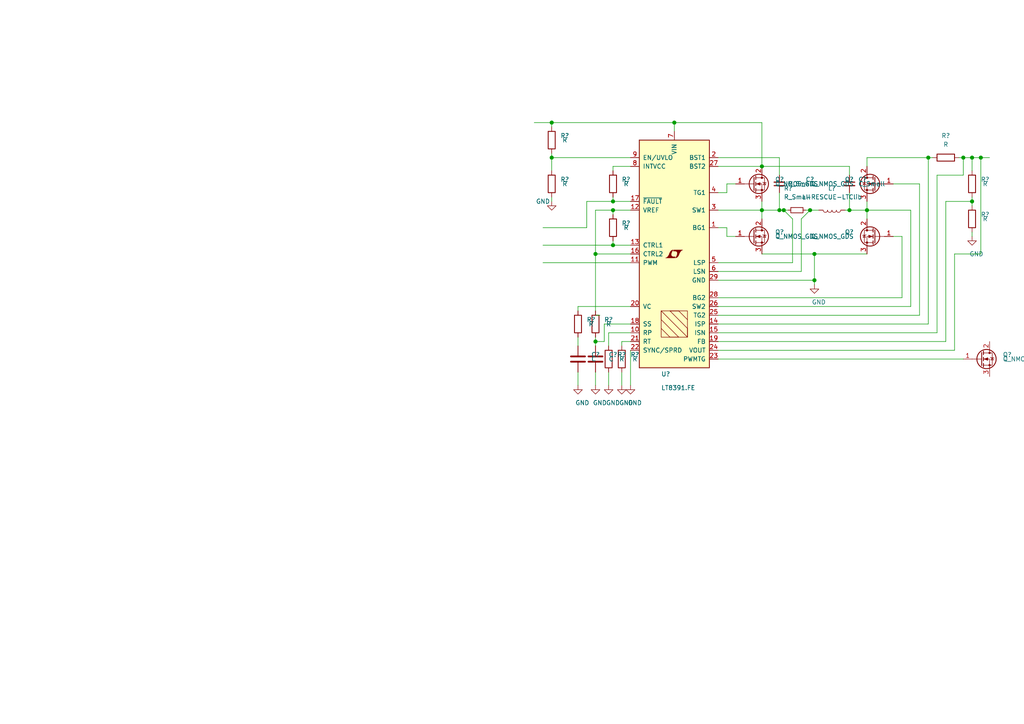
<source format=kicad_sch>
(kicad_sch (version 20201015) (generator eeschema)
  (paper "A4")
  (lib_symbols
    (symbol "ADI_Power:LT8391.FE" (pin_names (offset 1.016))
      (property "Reference" "U" (at 1.27 36.83 0))
      (property "Value" "LT8391.FE" (at 1.27 35.56 0))
      (property "Datasheet" "http://www.linear.com/product/LT8391" (at 0 0 0))
      (symbol "LT8391.FE_0_0"
        (polyline (pts (xy 0.2032 -0.9906) (xy 0.2286 -0.9652) (xy 0.2794 -0.8636) (xy 0.2794 -0.8382) (xy 0.1524 -0.8382) (xy 0.0508 -0.8128) (xy -0.4064 -0.8128) (xy -0.4318 -0.7874) (xy -0.6858 -0.6604) (xy -0.7874 -0.5588) (xy -0.8636 -0.4318) (xy -0.9144 -0.3302) (xy -0.9144 -0.0254) (xy -0.8636 0.127) (xy -0.8382 0.2286) (xy -0.8128 0.3048) (xy -0.762 0.4318) (xy -0.7112 0.5842) (xy -0.635 0.7112) (xy -0.5842 0.8382) (xy -0.508 0.9398) (xy -0.4572 1.0414) (xy -0.3302 1.1684) (xy -0.508 1.1684) (xy -0.635 1.1176) (xy -0.7366 1.0668) (xy -0.8128 1.016) (xy -0.9398 0.9144) (xy -1.1176 0.7366) (xy -1.3716 0.2794) (xy -1.4732 0) (xy -1.4732 -0.0508) (xy -1.524 -0.1524) (xy -1.5748 -0.2794) (xy -1.6256 -0.381) (xy -1.7526 -0.5588) (xy -1.905 -0.762) (xy -2.0574 -0.9144) (xy -2.2098 -1.0414) (xy -2.3876 -1.1176) (xy -2.54 -1.1684) (xy 0.127 -1.1684) (xy 0.2032 -0.9906)) (stroke (width 0.0254)) (fill (type outline)))
        (polyline (pts (xy 0.4064 -1.143) (xy 0.4826 -1.143) (xy 0.6604 -1.0668) (xy 0.8128 -0.9652) (xy 1.0922 -0.6858) (xy 1.2192 -0.4826) (xy 1.3208 -0.2794) (xy 1.397 -0.0254) (xy 1.4224 -0.0254) (xy 1.4986 0.2286) (xy 1.7526 0.635) (xy 1.905 0.8128) (xy 2.0574 0.9652) (xy 2.2098 1.0668) (xy 2.3876 1.143) (xy 2.413 1.143) (xy 2.413 1.1684) (xy -0.1524 1.1684) (xy -0.2286 1.016) (xy -0.254 0.9906) (xy -0.3048 0.889) (xy -0.3302 0.8636) (xy -0.2794 0.8636) (xy -0.2286 0.8382) (xy 0.3048 0.8382) (xy 0.3556 0.8128) (xy 0.4064 0.8128) (xy 0.4826 0.7874) (xy 0.6096 0.7112) (xy 0.7366 0.6096) (xy 0.8128 0.4826) (xy 0.8382 0.4318) (xy 0.8636 0.4064) (xy 0.8636 0) (xy 0.8382 -0.0508) (xy 0.8382 -0.127) (xy 0.7874 -0.2286) (xy 0.762 -0.3556) (xy 0.6858 -0.508) (xy 0.635 -0.6604) (xy 0.4826 -0.9144) (xy 0.4318 -1.016) (xy 0.2794 -1.1684) (xy 0.4064 -1.143)) (stroke (width 0.0254)) (fill (type outline)))
      )
      (symbol "LT8391.FE_0_1"
        (rectangle (start -10.16 33.02) (end 10.16 -33.02) (stroke (width 0.254)) (fill (type background)))
        (rectangle (start -3.81 -16.51) (end 3.81 -24.13))
        (polyline (pts (xy -3.81 -21.59) (xy -1.27 -24.13) (xy 1.27 -24.13) (xy -3.81 -19.05) (xy -3.81 -16.51) (xy 3.81 -24.13) (xy 3.81 -21.59) (xy -1.27 -16.51) (xy 1.27 -16.51) (xy 3.81 -19.05)))
      )
      (symbol "LT8391.FE_1_1"
        (pin output line (at 12.7 7.62 180) (length 2.54) (name "BG1") (number "1"))
        (pin input line (at -12.7 -22.86 0) (length 2.54) (name "RP") (number "10"))
        (pin input line (at -12.7 -2.54 0) (length 2.54) (name "PWM") (number "11"))
        (pin passive line (at -12.7 12.7 0) (length 2.54) (name "VREF") (number "12"))
        (pin input line (at -12.7 2.54 0) (length 2.54) (name "CTRL1") (number "13"))
        (pin passive line (at 12.7 -20.32 180) (length 2.54) (name "ISP") (number "14"))
        (pin passive line (at 12.7 -22.86 180) (length 2.54) (name "ISN") (number "15"))
        (pin input line (at -12.7 0 0) (length 2.54) (name "CTRL2") (number "16"))
        (pin open_collector line (at -12.7 15.24 0) (length 2.54) (name "~FAULT~") (number "17"))
        (pin passive line (at -12.7 -20.32 0) (length 2.54) (name "SS") (number "18"))
        (pin input line (at 12.7 -25.4 180) (length 2.54) (name "FB") (number "19"))
        (pin passive line (at 12.7 27.94 180) (length 2.54) (name "BST1") (number "2"))
        (pin passive line (at -12.7 -15.24 0) (length 2.54) (name "VC") (number "20"))
        (pin passive line (at -12.7 -25.4 0) (length 2.54) (name "RT") (number "21"))
        (pin input line (at -12.7 -27.94 0) (length 2.54) (name "SYNC/SPRD") (number "22"))
        (pin output line (at 12.7 -30.48 180) (length 2.54) (name "PWMTG") (number "23"))
        (pin input line (at 12.7 -27.94 180) (length 2.54) (name "VOUT") (number "24"))
        (pin output line (at 12.7 -17.78 180) (length 2.54) (name "TG2") (number "25"))
        (pin passive line (at 12.7 -15.24 180) (length 2.54) (name "SW2") (number "26"))
        (pin passive line (at 12.7 25.4 180) (length 2.54) (name "BST2") (number "27"))
        (pin output line (at 12.7 -12.7 180) (length 2.54) (name "BG2") (number "28"))
        (pin power_in line (at 12.7 -7.62 180) (length 2.54) (name "GND") (number "29"))
        (pin passive line (at 12.7 12.7 180) (length 2.54) (name "SW1") (number "3"))
        (pin output line (at 12.7 17.78 180) (length 2.54) (name "TG1") (number "4"))
        (pin passive line (at 12.7 -2.54 180) (length 2.54) (name "LSP") (number "5"))
        (pin passive line (at 12.7 -5.08 180) (length 2.54) (name "LSN") (number "6"))
        (pin power_in line (at 0 35.56 270) (length 2.54) (name "VIN") (number "7"))
        (pin power_out line (at -12.7 25.4 0) (length 2.54) (name "INTVCC") (number "8"))
        (pin input line (at -12.7 27.94 0) (length 2.54) (name "EN/UVLO") (number "9"))
      )
    )
    (symbol "Device:C" (pin_numbers hide) (pin_names (offset 0.254))
      (property "Reference" "C" (at 0.635 2.54 0))
      (property "Value" "C" (at 0.635 -2.54 0))
      (symbol "C_0_1"
        (polyline (pts (xy -2.032 -0.762) (xy 2.032 -0.762)) (stroke (width 0.508)))
        (polyline (pts (xy -2.032 0.762) (xy 2.032 0.762)) (stroke (width 0.508)))
      )
      (symbol "C_1_1"
        (pin passive line (at 0 3.81 270) (length 2.794) (name "~") (number "1"))
        (pin passive line (at 0 -3.81 90) (length 2.794) (name "~") (number "2"))
      )
    )
    (symbol "Device:C_Small" (pin_numbers hide) (pin_names (offset 0.254) hide)
      (property "Reference" "C" (at 0.254 1.778 0))
      (property "Value" "C_Small" (at 0.254 -2.032 0))
      (symbol "C_Small_0_1"
        (polyline (pts (xy -1.524 -0.508) (xy 1.524 -0.508)) (stroke (width 0.3302)))
        (polyline (pts (xy -1.524 0.508) (xy 1.524 0.508)) (stroke (width 0.3048)))
      )
      (symbol "C_Small_1_1"
        (pin passive line (at 0 2.54 270) (length 2.032) (name "~") (number "1"))
        (pin passive line (at 0 -2.54 90) (length 2.032) (name "~") (number "2"))
      )
    )
    (symbol "Device:L" (pin_numbers hide) (pin_names (offset 1.016) hide)
      (property "Reference" "L" (at -1.27 0 90))
      (property "Value" "L" (at 1.905 0 90))
      (symbol "L_0_1"
        (arc (start 0 -2.54) (end 0 -1.27) (radius (at 0 -1.905) (length 0.635) (angles -89.9 89.9)))
        (arc (start 0 -1.27) (end 0 0) (radius (at 0 -0.635) (length 0.635) (angles -89.9 89.9)))
        (arc (start 0 0) (end 0 1.27) (radius (at 0 0.635) (length 0.635) (angles -89.9 89.9)))
        (arc (start 0 1.27) (end 0 2.54) (radius (at 0 1.905) (length 0.635) (angles -89.9 89.9)))
      )
      (symbol "L_1_1"
        (pin passive line (at 0 3.81 270) (length 1.27) (name "1") (number "1"))
        (pin passive line (at 0 -3.81 90) (length 1.27) (name "2") (number "2"))
      )
    )
    (symbol "Device:Q_NMOS_GDS" (pin_names (offset 0) hide)
      (property "Reference" "Q" (at 5.08 1.27 0))
      (property "Value" "Q_NMOS_GDS" (at 5.08 -1.27 0))
      (symbol "Q_NMOS_GDS_0_1"
        (circle (center 1.651 0) (radius 2.794) (stroke (width 0.254)))
        (circle (center 2.54 -1.778) (radius 0.254) (fill (type outline)))
        (circle (center 2.54 1.778) (radius 0.254) (fill (type outline)))
        (polyline (pts (xy 0.254 0) (xy -2.54 0)))
        (polyline (pts (xy 0.254 1.905) (xy 0.254 -1.905)) (stroke (width 0.254)))
        (polyline (pts (xy 0.762 -1.27) (xy 0.762 -2.286)) (stroke (width 0.254)))
        (polyline (pts (xy 0.762 0.508) (xy 0.762 -0.508)) (stroke (width 0.254)))
        (polyline (pts (xy 0.762 2.286) (xy 0.762 1.27)) (stroke (width 0.254)))
        (polyline (pts (xy 2.54 2.54) (xy 2.54 1.778)))
        (polyline (pts (xy 2.54 -2.54) (xy 2.54 0) (xy 0.762 0)))
        (polyline (pts (xy 0.762 -1.778) (xy 3.302 -1.778) (xy 3.302 1.778) (xy 0.762 1.778)))
        (polyline (pts (xy 1.016 0) (xy 2.032 0.381) (xy 2.032 -0.381) (xy 1.016 0)) (fill (type outline)))
        (polyline (pts (xy 2.794 0.508) (xy 2.921 0.381) (xy 3.683 0.381) (xy 3.81 0.254)))
        (polyline (pts (xy 3.302 0.381) (xy 2.921 -0.254) (xy 3.683 -0.254) (xy 3.302 0.381)))
      )
      (symbol "Q_NMOS_GDS_1_1"
        (pin input line (at -5.08 0 0) (length 2.54) (name "G") (number "1"))
        (pin passive line (at 2.54 5.08 270) (length 2.54) (name "D") (number "2"))
        (pin passive line (at 2.54 -5.08 90) (length 2.54) (name "S") (number "3"))
      )
    )
    (symbol "Device:R" (pin_numbers hide) (pin_names (offset 0))
      (property "Reference" "R" (at 2.032 0 90))
      (property "Value" "R" (at 0 0 90))
      (symbol "R_0_1"
        (rectangle (start -1.016 -2.54) (end 1.016 2.54) (stroke (width 0.254)))
      )
      (symbol "R_1_1"
        (pin passive line (at 0 3.81 270) (length 1.27) (name "~") (number "1"))
        (pin passive line (at 0 -3.81 90) (length 1.27) (name "~") (number "2"))
      )
    )
    (symbol "Device:R_Small" (pin_numbers hide) (pin_names (offset 0.254) hide)
      (property "Reference" "R" (at 0.762 0.508 0))
      (property "Value" "R_Small" (at 0.762 -1.016 0))
      (symbol "R_Small_0_1"
        (rectangle (start -0.762 1.778) (end 0.762 -1.778) (stroke (width 0.2032)))
      )
      (symbol "R_Small_1_1"
        (pin passive line (at 0 2.54 270) (length 0.762) (name "~") (number "1"))
        (pin passive line (at 0 -2.54 90) (length 0.762) (name "~") (number "2"))
      )
    )
    (symbol "power:GND" (power) (pin_names (offset 0))
      (property "Value" "GND" (at 0 -3.81 0))
      (symbol "GND_0_1"
        (polyline (pts (xy 0 0) (xy 0 -1.27) (xy 1.27 -1.27) (xy 0 -2.54) (xy -1.27 -1.27) (xy 0 -1.27)))
      )
      (symbol "GND_1_1"
        (pin power_in line (at 0 0 270) (length 0) hide (name "GND") (number "1"))
      )
    )
  )
  (junction (at 160.02 35.56) (diameter 1.016))
  (junction (at 160.02 45.72) (diameter 1.016))
  (junction (at 172.72 73.66) (diameter 1.016))
  (junction (at 172.72 99.06) (diameter 1.016))
  (junction (at 177.8 58.42) (diameter 1.016))
  (junction (at 177.8 60.96) (diameter 1.016))
  (junction (at 177.8 71.12) (diameter 1.016))
  (junction (at 195.58 35.56) (diameter 1.016))
  (junction (at 220.98 48.26) (diameter 1.016))
  (junction (at 220.98 60.96) (diameter 1.016))
  (junction (at 226.06 60.96) (diameter 1.016))
  (junction (at 227.33 60.96) (diameter 1.016))
  (junction (at 234.95 60.96) (diameter 1.016))
  (junction (at 236.22 73.66) (diameter 1.016))
  (junction (at 236.22 81.28) (diameter 1.016))
  (junction (at 246.38 60.96) (diameter 1.016))
  (junction (at 251.46 60.96) (diameter 1.016))
  (junction (at 269.24 45.72) (diameter 1.016))
  (junction (at 279.4 45.72) (diameter 1.016))
  (junction (at 281.94 45.72) (diameter 1.016))
  (junction (at 281.94 58.42) (diameter 1.016))
  (junction (at 284.48 45.72) (diameter 1.016))
  (wire (pts (xy 154.94 35.56) (xy 160.02 35.56)))
  (wire (pts (xy 157.48 66.04) (xy 170.18 66.04)))
  (wire (pts (xy 157.48 71.12) (xy 177.8 71.12)))
  (wire (pts (xy 160.02 35.56) (xy 160.02 36.83)))
  (wire (pts (xy 160.02 35.56) (xy 195.58 35.56)))
  (wire (pts (xy 160.02 44.45) (xy 160.02 45.72)))
  (wire (pts (xy 160.02 45.72) (xy 160.02 49.53)))
  (wire (pts (xy 160.02 45.72) (xy 182.88 45.72)))
  (wire (pts (xy 160.02 58.42) (xy 160.02 57.15)))
  (wire (pts (xy 167.64 88.9) (xy 167.64 90.17)))
  (wire (pts (xy 167.64 88.9) (xy 182.88 88.9)))
  (wire (pts (xy 167.64 97.79) (xy 167.64 100.33)))
  (wire (pts (xy 167.64 107.95) (xy 167.64 111.76)))
  (wire (pts (xy 170.18 58.42) (xy 177.8 58.42)))
  (wire (pts (xy 170.18 66.04) (xy 170.18 58.42)))
  (wire (pts (xy 172.72 60.96) (xy 172.72 73.66)))
  (wire (pts (xy 172.72 60.96) (xy 177.8 60.96)))
  (wire (pts (xy 172.72 73.66) (xy 172.72 90.17)))
  (wire (pts (xy 172.72 73.66) (xy 182.88 73.66)))
  (wire (pts (xy 172.72 91.44) (xy 173.99 91.44)))
  (wire (pts (xy 172.72 97.79) (xy 172.72 99.06)))
  (wire (pts (xy 172.72 99.06) (xy 172.72 100.33)))
  (wire (pts (xy 172.72 99.06) (xy 175.26 99.06)))
  (wire (pts (xy 172.72 111.76) (xy 172.72 107.95)))
  (wire (pts (xy 175.26 93.98) (xy 182.88 93.98)))
  (wire (pts (xy 175.26 99.06) (xy 175.26 93.98)))
  (wire (pts (xy 176.53 96.52) (xy 176.53 100.33)))
  (wire (pts (xy 176.53 111.76) (xy 176.53 107.95)))
  (wire (pts (xy 177.8 48.26) (xy 177.8 49.53)))
  (wire (pts (xy 177.8 48.26) (xy 182.88 48.26)))
  (wire (pts (xy 177.8 58.42) (xy 177.8 57.15)))
  (wire (pts (xy 177.8 58.42) (xy 182.88 58.42)))
  (wire (pts (xy 177.8 60.96) (xy 182.88 60.96)))
  (wire (pts (xy 177.8 62.23) (xy 177.8 60.96)))
  (wire (pts (xy 177.8 69.85) (xy 177.8 71.12)))
  (wire (pts (xy 177.8 71.12) (xy 182.88 71.12)))
  (wire (pts (xy 180.34 99.06) (xy 182.88 99.06)))
  (wire (pts (xy 180.34 100.33) (xy 180.34 99.06)))
  (wire (pts (xy 180.34 111.76) (xy 180.34 107.95)))
  (wire (pts (xy 182.88 76.2) (xy 157.48 76.2)))
  (wire (pts (xy 182.88 96.52) (xy 176.53 96.52)))
  (wire (pts (xy 182.88 101.6) (xy 182.88 111.76)))
  (wire (pts (xy 195.58 35.56) (xy 195.58 38.1)))
  (wire (pts (xy 195.58 35.56) (xy 220.98 35.56)))
  (wire (pts (xy 208.28 45.72) (xy 226.06 45.72)))
  (wire (pts (xy 208.28 48.26) (xy 220.98 48.26)))
  (wire (pts (xy 208.28 60.96) (xy 220.98 60.96)))
  (wire (pts (xy 208.28 66.04) (xy 210.82 66.04)))
  (wire (pts (xy 208.28 76.2) (xy 229.87 76.2)))
  (wire (pts (xy 208.28 78.74) (xy 232.41 78.74)))
  (wire (pts (xy 208.28 81.28) (xy 236.22 81.28)))
  (wire (pts (xy 208.28 86.36) (xy 261.62 86.36)))
  (wire (pts (xy 208.28 91.44) (xy 266.7 91.44)))
  (wire (pts (xy 208.28 93.98) (xy 269.24 93.98)))
  (wire (pts (xy 208.28 96.52) (xy 271.78 96.52)))
  (wire (pts (xy 208.28 99.06) (xy 274.32 99.06)))
  (wire (pts (xy 208.28 101.6) (xy 276.86 101.6)))
  (wire (pts (xy 208.28 104.14) (xy 279.4 104.14)))
  (wire (pts (xy 210.82 53.34) (xy 210.82 55.88)))
  (wire (pts (xy 210.82 55.88) (xy 208.28 55.88)))
  (wire (pts (xy 210.82 66.04) (xy 210.82 68.58)))
  (wire (pts (xy 210.82 68.58) (xy 213.36 68.58)))
  (wire (pts (xy 213.36 53.34) (xy 210.82 53.34)))
  (wire (pts (xy 220.98 35.56) (xy 220.98 48.26)))
  (wire (pts (xy 220.98 48.26) (xy 246.38 48.26)))
  (wire (pts (xy 220.98 58.42) (xy 220.98 60.96)))
  (wire (pts (xy 220.98 60.96) (xy 220.98 63.5)))
  (wire (pts (xy 220.98 60.96) (xy 226.06 60.96)))
  (wire (pts (xy 220.98 73.66) (xy 236.22 73.66)))
  (wire (pts (xy 226.06 45.72) (xy 226.06 50.8)))
  (wire (pts (xy 226.06 60.96) (xy 226.06 55.88)))
  (wire (pts (xy 226.06 60.96) (xy 227.33 60.96)))
  (wire (pts (xy 227.33 60.96) (xy 228.6 60.96)))
  (wire (pts (xy 227.33 60.96) (xy 229.87 63.5)))
  (wire (pts (xy 229.87 63.5) (xy 229.87 76.2)))
  (wire (pts (xy 232.41 63.5) (xy 232.41 78.74)))
  (wire (pts (xy 233.68 60.96) (xy 234.95 60.96)))
  (wire (pts (xy 234.95 60.96) (xy 232.41 63.5)))
  (wire (pts (xy 234.95 60.96) (xy 237.49 60.96)))
  (wire (pts (xy 236.22 73.66) (xy 236.22 81.28)))
  (wire (pts (xy 236.22 73.66) (xy 251.46 73.66)))
  (wire (pts (xy 236.22 81.28) (xy 236.22 82.55)))
  (wire (pts (xy 245.11 60.96) (xy 246.38 60.96)))
  (wire (pts (xy 246.38 48.26) (xy 246.38 50.8)))
  (wire (pts (xy 246.38 55.88) (xy 246.38 60.96)))
  (wire (pts (xy 246.38 60.96) (xy 251.46 60.96)))
  (wire (pts (xy 251.46 45.72) (xy 269.24 45.72)))
  (wire (pts (xy 251.46 48.26) (xy 251.46 45.72)))
  (wire (pts (xy 251.46 58.42) (xy 251.46 60.96)))
  (wire (pts (xy 251.46 60.96) (xy 251.46 63.5)))
  (wire (pts (xy 251.46 60.96) (xy 264.16 60.96)))
  (wire (pts (xy 261.62 68.58) (xy 259.08 68.58)))
  (wire (pts (xy 261.62 86.36) (xy 261.62 68.58)))
  (wire (pts (xy 264.16 60.96) (xy 264.16 88.9)))
  (wire (pts (xy 264.16 88.9) (xy 208.28 88.9)))
  (wire (pts (xy 266.7 53.34) (xy 259.08 53.34)))
  (wire (pts (xy 266.7 91.44) (xy 266.7 53.34)))
  (wire (pts (xy 269.24 45.72) (xy 270.51 45.72)))
  (wire (pts (xy 269.24 93.98) (xy 269.24 45.72)))
  (wire (pts (xy 271.78 50.8) (xy 279.4 50.8)))
  (wire (pts (xy 271.78 96.52) (xy 271.78 50.8)))
  (wire (pts (xy 274.32 58.42) (xy 281.94 58.42)))
  (wire (pts (xy 274.32 99.06) (xy 274.32 58.42)))
  (wire (pts (xy 276.86 73.66) (xy 284.48 73.66)))
  (wire (pts (xy 276.86 101.6) (xy 276.86 73.66)))
  (wire (pts (xy 278.13 45.72) (xy 279.4 45.72)))
  (wire (pts (xy 279.4 45.72) (xy 281.94 45.72)))
  (wire (pts (xy 279.4 50.8) (xy 279.4 45.72)))
  (wire (pts (xy 281.94 45.72) (xy 281.94 49.53)))
  (wire (pts (xy 281.94 45.72) (xy 284.48 45.72)))
  (wire (pts (xy 281.94 57.15) (xy 281.94 58.42)))
  (wire (pts (xy 281.94 58.42) (xy 281.94 59.69)))
  (wire (pts (xy 281.94 67.31) (xy 281.94 68.58)))
  (wire (pts (xy 284.48 45.72) (xy 287.02 45.72)))
  (wire (pts (xy 284.48 73.66) (xy 284.48 45.72)))
  (symbol (lib_id "Device:L") (at 241.3 60.96 270) (unit 1)
    (property "Reference" "L?" (at 241.3 54.61 90))
    (property "Value" "L-RESCUE-LTClib" (at 241.3 57.15 90))
  )
  (symbol (lib_id "power:GND") (at 160.02 58.42 0) (unit 1)
    (property "Reference" "#PWR?" (effects hide))
    (property "Value" "GND" (at 157.48 58.42 0))
  )
  (symbol (lib_id "power:GND") (at 167.64 111.76 0) (unit 1)
    (property "Reference" "#PWR?" (effects hide))
    (property "Value" "GND" (at 168.91 116.84 0))
  )
  (symbol (lib_id "power:GND") (at 172.72 111.76 0) (unit 1)
    (property "Reference" "#PWR?" (effects hide))
    (property "Value" "GND" (at 173.99 116.84 0))
  )
  (symbol (lib_id "power:GND") (at 176.53 111.76 0) (unit 1)
    (property "Reference" "#PWR?" (effects hide))
    (property "Value" "GND" (at 177.8 116.84 0))
  )
  (symbol (lib_id "power:GND") (at 180.34 111.76 0) (unit 1)
    (property "Reference" "#PWR?" (effects hide))
    (property "Value" "GND" (at 181.61 116.84 0))
  )
  (symbol (lib_id "power:GND") (at 182.88 111.76 0) (unit 1)
    (property "Reference" "#PWR?" (effects hide))
    (property "Value" "GND" (at 184.15 116.84 0))
  )
  (symbol (lib_id "power:GND") (at 236.22 82.55 0) (unit 1)
    (property "Reference" "#PWR?" (effects hide))
    (property "Value" "GND" (at 237.49 87.63 0))
  )
  (symbol (lib_id "power:GND") (at 281.94 68.58 0) (unit 1)
    (property "Reference" "#PWR?" (effects hide))
    (property "Value" "GND" (at 283.21 73.66 0))
  )
  (symbol (lib_id "Device:R_Small") (at 231.14 60.96 270) (unit 1)
    (property "Reference" "R?" (at 227.33 54.61 90) (effects (justify left)))
    (property "Value" "R_Small" (at 227.33 57.15 90) (effects (justify left)))
  )
  (symbol (lib_id "Device:R") (at 160.02 40.64 180) (unit 1)
    (property "Reference" "R?" (at 163.83 39.37 0))
    (property "Value" "R" (at 163.83 40.64 0))
  )
  (symbol (lib_id "Device:R") (at 160.02 53.34 180) (unit 1)
    (property "Reference" "R?" (at 163.83 52.07 0))
    (property "Value" "R" (at 163.83 53.34 0))
  )
  (symbol (lib_id "Device:R") (at 167.64 93.98 180) (unit 1)
    (property "Reference" "R?" (at 171.45 92.71 0))
    (property "Value" "R" (at 171.45 93.98 0))
  )
  (symbol (lib_id "Device:R") (at 172.72 93.98 0) (unit 1)
    (property "Reference" "R?" (at 176.53 92.71 0))
    (property "Value" "R" (at 176.53 93.98 0))
  )
  (symbol (lib_id "Device:R") (at 176.53 104.14 180) (unit 1)
    (property "Reference" "R?" (at 180.34 102.87 0))
    (property "Value" "R" (at 180.34 104.14 0))
  )
  (symbol (lib_id "Device:R") (at 177.8 53.34 180) (unit 1)
    (property "Reference" "R?" (at 181.61 52.07 0))
    (property "Value" "R" (at 181.61 53.34 0))
  )
  (symbol (lib_id "Device:R") (at 177.8 66.04 180) (unit 1)
    (property "Reference" "R?" (at 181.61 64.77 0))
    (property "Value" "R" (at 181.61 66.04 0))
  )
  (symbol (lib_id "Device:R") (at 180.34 104.14 180) (unit 1)
    (property "Reference" "R?" (at 184.15 102.87 0))
    (property "Value" "R" (at 184.15 104.14 0))
  )
  (symbol (lib_id "Device:R") (at 274.32 45.72 270) (unit 1)
    (property "Reference" "R?" (at 274.32 39.37 90))
    (property "Value" "R" (at 274.32 41.91 90))
  )
  (symbol (lib_id "Device:R") (at 281.94 53.34 180) (unit 1)
    (property "Reference" "R?" (at 285.75 52.07 0))
    (property "Value" "R" (at 285.75 53.34 0))
  )
  (symbol (lib_id "Device:R") (at 281.94 63.5 180) (unit 1)
    (property "Reference" "R?" (at 285.75 62.23 0))
    (property "Value" "R" (at 285.75 63.5 0))
  )
  (symbol (lib_id "Device:C_Small") (at 226.06 53.34 180) (unit 1)
    (property "Reference" "C?" (at 236.22 52.07 0) (effects (justify left)))
    (property "Value" "C_Small" (at 236.22 53.34 0) (effects (justify left)))
  )
  (symbol (lib_id "Device:C_Small") (at 246.38 53.34 0) (unit 1)
    (property "Reference" "C?" (at 248.92 52.07 0) (effects (justify left)))
    (property "Value" "C_Small" (at 248.92 53.34 0) (effects (justify left)))
  )
  (symbol (lib_id "Device:C") (at 167.64 104.14 0) (unit 1)
    (property "Reference" "C?" (at 171.45 102.87 0) (effects (justify left)))
    (property "Value" "C" (at 171.45 104.14 0) (effects (justify left)))
  )
  (symbol (lib_id "Device:C") (at 172.72 104.14 0) (unit 1)
    (property "Reference" "C?" (at 176.53 102.87 0) (effects (justify left)))
    (property "Value" "C" (at 176.53 104.14 0) (effects (justify left)))
  )
  (symbol (lib_id "Device:Q_NMOS_GDS") (at 218.44 53.34 0) (unit 1)
    (property "Reference" "Q?" (at 224.79 52.07 0) (effects (justify left)))
    (property "Value" "Q_NMOS_GDS" (at 224.79 53.34 0) (effects (justify left)))
  )
  (symbol (lib_id "Device:Q_NMOS_GDS") (at 218.44 68.58 0) (unit 1)
    (property "Reference" "Q?" (at 224.79 67.31 0) (effects (justify left)))
    (property "Value" "Q_NMOS_GDS" (at 224.79 68.58 0) (effects (justify left)))
  )
  (symbol (lib_id "Device:Q_NMOS_GDS") (at 254 53.34 0) (mirror y) (unit 1)
    (property "Reference" "Q?" (at 247.65 52.07 0) (effects (justify left)))
    (property "Value" "Q_NMOS_GDS" (at 247.65 53.34 0) (effects (justify left)))
  )
  (symbol (lib_id "Device:Q_NMOS_GDS") (at 254 68.58 0) (mirror y) (unit 1)
    (property "Reference" "Q?" (at 247.65 67.31 0) (effects (justify left)))
    (property "Value" "Q_NMOS_GDS" (at 247.65 68.58 0) (effects (justify left)))
  )
  (symbol (lib_id "Device:Q_NMOS_GDS") (at 284.48 104.14 0) (unit 1)
    (property "Reference" "Q?" (at 290.83 102.87 0) (effects (justify left)))
    (property "Value" "Q_NMOS_GDS" (at 290.83 104.14 0) (effects (justify left)))
  )
  (symbol (lib_id "ADI_Power:LT8391.FE") (at 195.58 73.66 0) (unit 1)
    (property "Reference" "U?" (at 191.77 109.22 0) (effects (justify left bottom)))
    (property "Value" "LT8391.FE" (at 191.77 111.76 0) (effects (justify left top)))
    (property "Footprint" "Housings_LTC:TSSOP-28-1EP_4.4x9.7mm_Pitch0.65mm_EB_LTC" (effects hide))
  )
)
</source>
